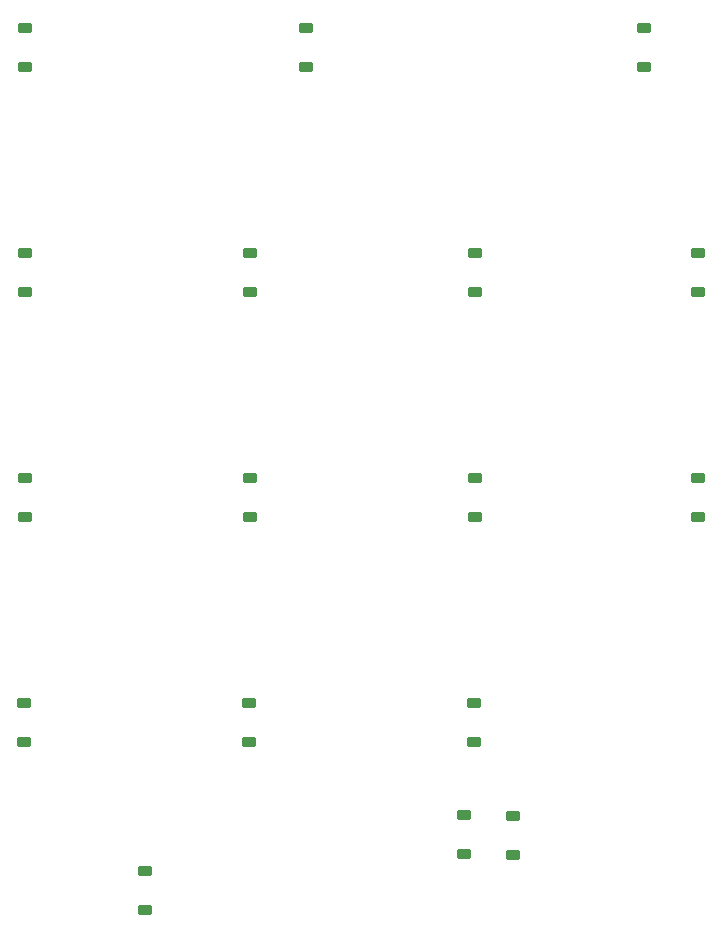
<source format=gbr>
%TF.GenerationSoftware,KiCad,Pcbnew,8.0.2*%
%TF.CreationDate,2024-06-01T15:04:53-05:00*%
%TF.ProjectId,KiCad Numpad,4b694361-6420-44e7-956d-7061642e6b69,rev?*%
%TF.SameCoordinates,Original*%
%TF.FileFunction,Paste,Bot*%
%TF.FilePolarity,Positive*%
%FSLAX46Y46*%
G04 Gerber Fmt 4.6, Leading zero omitted, Abs format (unit mm)*
G04 Created by KiCad (PCBNEW 8.0.2) date 2024-06-01 15:04:53*
%MOMM*%
%LPD*%
G01*
G04 APERTURE LIST*
G04 Aperture macros list*
%AMRoundRect*
0 Rectangle with rounded corners*
0 $1 Rounding radius*
0 $2 $3 $4 $5 $6 $7 $8 $9 X,Y pos of 4 corners*
0 Add a 4 corners polygon primitive as box body*
4,1,4,$2,$3,$4,$5,$6,$7,$8,$9,$2,$3,0*
0 Add four circle primitives for the rounded corners*
1,1,$1+$1,$2,$3*
1,1,$1+$1,$4,$5*
1,1,$1+$1,$6,$7*
1,1,$1+$1,$8,$9*
0 Add four rect primitives between the rounded corners*
20,1,$1+$1,$2,$3,$4,$5,0*
20,1,$1+$1,$4,$5,$6,$7,0*
20,1,$1+$1,$6,$7,$8,$9,0*
20,1,$1+$1,$8,$9,$2,$3,0*%
G04 Aperture macros list end*
%ADD10RoundRect,0.225000X0.375000X-0.225000X0.375000X0.225000X-0.375000X0.225000X-0.375000X-0.225000X0*%
G04 APERTURE END LIST*
D10*
%TO.C,D8*%
X169703750Y-123887500D03*
X169703750Y-120587500D03*
%TD*%
%TO.C,D2*%
X136525000Y-85787500D03*
X136525000Y-82487500D03*
%TD*%
%TO.C,D17*%
X122872500Y-157225000D03*
X122872500Y-153925000D03*
%TD*%
%TO.C,D7*%
X150812500Y-104837500D03*
X150812500Y-101537500D03*
%TD*%
%TO.C,D15*%
X150732500Y-142937500D03*
X150732500Y-139637500D03*
%TD*%
%TO.C,D16*%
X149860000Y-152462500D03*
X149860000Y-149162500D03*
%TD*%
%TO.C,D10*%
X131762500Y-123887500D03*
X131762500Y-120587500D03*
%TD*%
%TO.C,D6*%
X131762500Y-104837500D03*
X131762500Y-101537500D03*
%TD*%
%TO.C,D12*%
X169703750Y-104837500D03*
X169703750Y-101537500D03*
%TD*%
%TO.C,D5*%
X112712500Y-104837500D03*
X112712500Y-101537500D03*
%TD*%
%TO.C,D9*%
X112712500Y-123887500D03*
X112712500Y-120587500D03*
%TD*%
%TO.C,D13*%
X112632500Y-142937500D03*
X112632500Y-139637500D03*
%TD*%
%TO.C,D14*%
X131682500Y-142937500D03*
X131682500Y-139637500D03*
%TD*%
%TO.C,D11*%
X150812500Y-123887500D03*
X150812500Y-120587500D03*
%TD*%
%TO.C,D3*%
X153987500Y-152525000D03*
X153987500Y-149225000D03*
%TD*%
%TO.C,D1*%
X112712500Y-85787500D03*
X112712500Y-82487500D03*
%TD*%
%TO.C,D4*%
X165100000Y-85787500D03*
X165100000Y-82487500D03*
%TD*%
M02*

</source>
